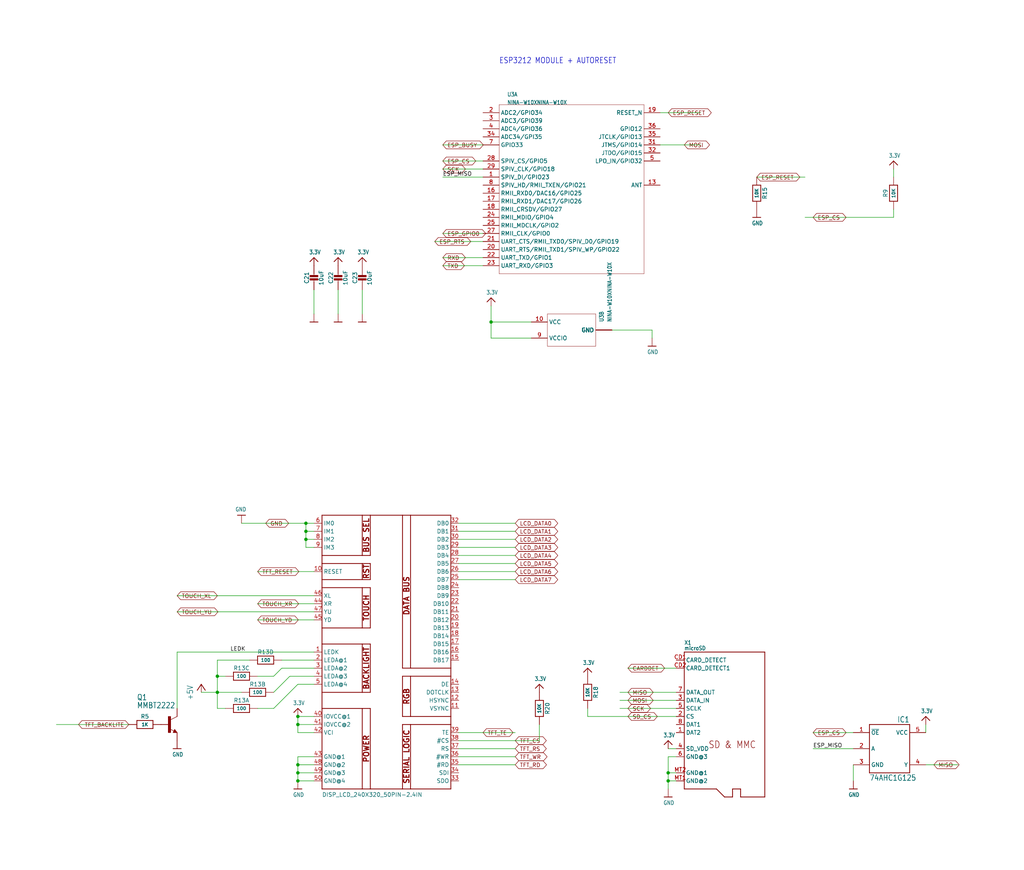
<source format=kicad_sch>
(kicad_sch (version 20230121) (generator eeschema)
  (paper "User" 323.113 274.422)
  (lib_symbols
    (symbol "working-eagle-import:-NPN-SOT23-BEC"
      (property "Reference" "T" (at -10.16 7.62 0))
      (symbol "-NPN-SOT23-BEC_1_0"
        (rectangle (start -0.254 -2.54) (end 0.508 2.54) (fill (type outline)))
        (polyline (pts (xy 1.27 -2.54) (xy 1.778 -1.524)) (stroke (width 0.1524)))
        (polyline (pts (xy 1.524 -2.413) (xy 2.286 -2.413)) (stroke (width 0.254)))
        (polyline (pts (xy 1.524 -2.286) (xy 1.905 -2.286)) (stroke (width 0.254)))
        (polyline (pts (xy 1.54 -2.04) (xy 0.308 -1.424)) (stroke (width 0.1524)))
        (polyline (pts (xy 1.778 -1.778) (xy 1.524 -2.286)) (stroke (width 0.254)))
        (polyline (pts (xy 1.778 -1.524) (xy 2.54 -2.54)) (stroke (width 0.1524)))
        (polyline (pts (xy 1.905 -2.286) (xy 1.778 -2.032)) (stroke (width 0.254)))
        (polyline (pts (xy 2.286 -2.413) (xy 1.778 -1.778)) (stroke (width 0.254)))
        (polyline (pts (xy 2.54 -2.54) (xy 1.27 -2.54)) (stroke (width 0.1524)))
        (polyline (pts (xy 2.54 2.54) (xy 0.508 1.524)) (stroke (width 0.1524)))
        (pin passive line (at -2.54 0 0) (length 2.54) (name "B") (number "B"))
        (pin passive line (at 2.54 5.08 270) (length 2.54) (name "C") (number "C"))
        (pin passive line (at 2.54 -5.08 90) (length 2.54) (name "E") (number "E"))
      )
    )
    (symbol "working-eagle-import:3.3V" (power)
      (property "Value" "3.3V" (at -1.524 1.016 0))
      (symbol "3.3V_1_0"
        (polyline (pts (xy -1.27 -1.27) (xy 0 0)) (stroke (width 0.254)))
        (polyline (pts (xy 0 0) (xy 1.27 -1.27)) (stroke (width 0.254)))
        (pin power_in line (at 0 -2.54 90) (length 2.54) (name "3.3V") (number "1"))
      )
    )
    (symbol "working-eagle-import:74AHC1G125"
      (property "Reference" "IC" (at 7.62 10.16 0))
      (symbol "74AHC1G125_1_0"
        (polyline (pts (xy -5.08 -7.62) (xy -5.08 7.62)) (stroke (width 0.254)))
        (polyline (pts (xy -5.08 7.62) (xy 7.62 7.62)) (stroke (width 0.254)))
        (polyline (pts (xy 7.62 -7.62) (xy -5.08 -7.62)) (stroke (width 0.254)))
        (polyline (pts (xy 7.62 7.62) (xy 7.62 -7.62)) (stroke (width 0.254)))
        (pin input line (at -10.16 5.08 0) (length 5.08) (name "~{OE}") (number "1"))
        (pin input line (at -10.16 0 0) (length 5.08) (name "A") (number "2"))
        (pin power_in line (at -10.16 -5.08 0) (length 5.08) (name "GND") (number "3"))
        (pin output line (at 12.7 -5.08 180) (length 5.08) (name "Y") (number "4"))
        (pin power_in line (at 12.7 5.08 180) (length 5.08) (name "VCC") (number "5"))
      )
    )
    (symbol "working-eagle-import:CAP_CERAMIC0805-NOOUTLINE"
      (property "Reference" "C" (at -2.29 1.25 90))
      (symbol "CAP_CERAMIC0805-NOOUTLINE_1_0"
        (rectangle (start -1.27 0.508) (end 1.27 1.016) (fill (type outline)))
        (rectangle (start -1.27 1.524) (end 1.27 2.032) (fill (type outline)))
        (polyline (pts (xy 0 0.762) (xy 0 0)) (stroke (width 0.1524)))
        (polyline (pts (xy 0 2.54) (xy 0 1.778)) (stroke (width 0.1524)))
        (pin passive line (at 0 5.08 270) (length 2.54) (name "1") (number "1"))
        (pin passive line (at 0 -2.54 90) (length 2.54) (name "2") (number "2"))
      )
    )
    (symbol "working-eagle-import:DISP_LCD_240X320_50PIN-2.4IN"
      (symbol "DISP_LCD_240X320_50PIN-2.4IN_1_0"
        (polyline (pts (xy -20.32 -45.72) (xy -20.32 -20.32)) (stroke (width 0.254)))
        (polyline (pts (xy -20.32 -20.32) (xy -20.32 -15.24)) (stroke (width 0.254)))
        (polyline (pts (xy -20.32 -20.32) (xy -7.62 -20.32)) (stroke (width 0.254)))
        (polyline (pts (xy -20.32 -15.24) (xy -20.32 0)) (stroke (width 0.254)))
        (polyline (pts (xy -20.32 0) (xy -20.32 5.08)) (stroke (width 0.254)))
        (polyline (pts (xy -20.32 0) (xy -7.62 0)) (stroke (width 0.254)))
        (polyline (pts (xy -20.32 5.08) (xy -20.32 17.78)) (stroke (width 0.254)))
        (polyline (pts (xy -20.32 17.78) (xy -20.32 20.32)) (stroke (width 0.254)))
        (polyline (pts (xy -20.32 17.78) (xy -7.62 17.78)) (stroke (width 0.254)))
        (polyline (pts (xy -20.32 20.32) (xy -20.32 25.4)) (stroke (width 0.254)))
        (polyline (pts (xy -20.32 25.4) (xy -20.32 27.94)) (stroke (width 0.254)))
        (polyline (pts (xy -20.32 25.4) (xy -7.62 25.4)) (stroke (width 0.254)))
        (polyline (pts (xy -20.32 27.94) (xy -20.32 40.64)) (stroke (width 0.254)))
        (polyline (pts (xy -20.32 27.94) (xy -7.62 27.94)) (stroke (width 0.254)))
        (polyline (pts (xy -20.32 40.64) (xy -7.62 40.64)) (stroke (width 0.254)))
        (polyline (pts (xy -7.62 -45.72) (xy -20.32 -45.72)) (stroke (width 0.254)))
        (polyline (pts (xy -7.62 -20.32) (xy -7.62 -45.72)) (stroke (width 0.254)))
        (polyline (pts (xy -7.62 -20.32) (xy -5.08 -20.32)) (stroke (width 0.254)))
        (polyline (pts (xy -7.62 -15.24) (xy -20.32 -15.24)) (stroke (width 0.254)))
        (polyline (pts (xy -7.62 0) (xy -7.62 -15.24)) (stroke (width 0.254)))
        (polyline (pts (xy -7.62 0) (xy -5.08 0)) (stroke (width 0.254)))
        (polyline (pts (xy -7.62 5.08) (xy -20.32 5.08)) (stroke (width 0.254)))
        (polyline (pts (xy -7.62 17.78) (xy -7.62 5.08)) (stroke (width 0.254)))
        (polyline (pts (xy -7.62 17.78) (xy -5.08 17.78)) (stroke (width 0.254)))
        (polyline (pts (xy -7.62 20.32) (xy -20.32 20.32)) (stroke (width 0.254)))
        (polyline (pts (xy -7.62 25.4) (xy -7.62 20.32)) (stroke (width 0.254)))
        (polyline (pts (xy -7.62 25.4) (xy -5.08 25.4)) (stroke (width 0.254)))
        (polyline (pts (xy -7.62 27.94) (xy -7.62 40.64)) (stroke (width 0.254)))
        (polyline (pts (xy -7.62 27.94) (xy -5.08 27.94)) (stroke (width 0.254)))
        (polyline (pts (xy -7.62 40.64) (xy -5.08 40.64)) (stroke (width 0.254)))
        (polyline (pts (xy -5.08 -45.72) (xy -7.62 -45.72)) (stroke (width 0.254)))
        (polyline (pts (xy -5.08 -20.32) (xy -5.08 -45.72)) (stroke (width 0.254)))
        (polyline (pts (xy -5.08 -15.24) (xy -7.62 -15.24)) (stroke (width 0.254)))
        (polyline (pts (xy -5.08 0) (xy -5.08 -15.24)) (stroke (width 0.254)))
        (polyline (pts (xy -5.08 5.08) (xy -7.62 5.08)) (stroke (width 0.254)))
        (polyline (pts (xy -5.08 17.78) (xy -5.08 5.08)) (stroke (width 0.254)))
        (polyline (pts (xy -5.08 20.32) (xy -7.62 20.32)) (stroke (width 0.254)))
        (polyline (pts (xy -5.08 25.4) (xy -5.08 20.32)) (stroke (width 0.254)))
        (polyline (pts (xy -5.08 27.94) (xy -5.08 40.64)) (stroke (width 0.254)))
        (polyline (pts (xy -5.08 40.64) (xy 5.08 40.64)) (stroke (width 0.254)))
        (polyline (pts (xy 5.08 -45.72) (xy -5.08 -45.72)) (stroke (width 0.254)))
        (polyline (pts (xy 5.08 -25.4) (xy 5.08 -45.72)) (stroke (width 0.254)))
        (polyline (pts (xy 5.08 -22.86) (xy 5.08 -10.16)) (stroke (width 0.254)))
        (polyline (pts (xy 5.08 -10.16) (xy 7.62 -10.16)) (stroke (width 0.254)))
        (polyline (pts (xy 5.08 -7.62) (xy 5.08 40.64)) (stroke (width 0.254)))
        (polyline (pts (xy 5.08 40.64) (xy 7.62 40.64)) (stroke (width 0.254)))
        (polyline (pts (xy 7.62 -45.72) (xy 5.08 -45.72)) (stroke (width 0.254)))
        (polyline (pts (xy 7.62 -25.4) (xy 5.08 -25.4)) (stroke (width 0.254)))
        (polyline (pts (xy 7.62 -25.4) (xy 7.62 -45.72)) (stroke (width 0.254)))
        (polyline (pts (xy 7.62 -22.86) (xy 5.08 -22.86)) (stroke (width 0.254)))
        (polyline (pts (xy 7.62 -22.86) (xy 7.62 -10.16)) (stroke (width 0.254)))
        (polyline (pts (xy 7.62 -10.16) (xy 20.32 -10.16)) (stroke (width 0.254)))
        (polyline (pts (xy 7.62 -7.62) (xy 5.08 -7.62)) (stroke (width 0.254)))
        (polyline (pts (xy 7.62 -7.62) (xy 7.62 40.64)) (stroke (width 0.254)))
        (polyline (pts (xy 7.62 40.64) (xy 20.32 40.64)) (stroke (width 0.254)))
        (polyline (pts (xy 20.32 -45.72) (xy 7.62 -45.72)) (stroke (width 0.254)))
        (polyline (pts (xy 20.32 -25.4) (xy 7.62 -25.4)) (stroke (width 0.254)))
        (polyline (pts (xy 20.32 -25.4) (xy 20.32 -45.72)) (stroke (width 0.254)))
        (polyline (pts (xy 20.32 -22.86) (xy 7.62 -22.86)) (stroke (width 0.254)))
        (polyline (pts (xy 20.32 -22.86) (xy 20.32 -25.4)) (stroke (width 0.254)))
        (polyline (pts (xy 20.32 -10.16) (xy 20.32 -22.86)) (stroke (width 0.254)))
        (polyline (pts (xy 20.32 -7.62) (xy 7.62 -7.62)) (stroke (width 0.254)))
        (polyline (pts (xy 20.32 -7.62) (xy 20.32 -10.16)) (stroke (width 0.254)))
        (polyline (pts (xy 20.32 40.64) (xy 20.32 -7.62)) (stroke (width 0.254)))
        (text "BACKLIGHT" (at -6.35 -7.62 900) (effects (font (size 1.6764 1.6764) (thickness 0.3353) bold)))
        (text "BUS SEL" (at -6.35 34.29 900) (effects (font (size 1.6764 1.6764) (thickness 0.3353) bold)))
        (text "DATA BUS" (at 6.35 15.24 900) (effects (font (size 1.6764 1.6764) (thickness 0.3353) bold)))
        (text "POWER" (at -6.35 -33.02 900) (effects (font (size 1.6764 1.6764) (thickness 0.3353) bold)))
        (text "RGB" (at 6.35 -16.51 900) (effects (font (size 1.6764 1.6764) (thickness 0.3353) bold)))
        (text "RST" (at -6.35 22.86 900) (effects (font (size 1.6764 1.6764) (thickness 0.3353) bold)))
        (text "SERIAL LOGIC" (at 6.35 -35.56 900) (effects (font (size 1.6764 1.6764) (thickness 0.3353) bold)))
        (text "TOUCH" (at -6.35 11.43 900) (effects (font (size 1.6764 1.6764) (thickness 0.3353) bold)))
        (pin bidirectional line (at -22.86 -2.54 0) (length 2.54) (name "LEDK") (number "1"))
        (pin bidirectional line (at -22.86 22.86 0) (length 2.54) (name "RESET") (number "10"))
        (pin bidirectional line (at 22.86 -20.32 180) (length 2.54) (name "VSYNC") (number "11"))
        (pin bidirectional line (at 22.86 -17.78 180) (length 2.54) (name "HSYNC") (number "12"))
        (pin bidirectional line (at 22.86 -15.24 180) (length 2.54) (name "DOTCLK") (number "13"))
        (pin bidirectional line (at 22.86 -12.7 180) (length 2.54) (name "DE") (number "14"))
        (pin bidirectional line (at 22.86 -5.08 180) (length 2.54) (name "DB17") (number "15"))
        (pin bidirectional line (at 22.86 -2.54 180) (length 2.54) (name "DB16") (number "16"))
        (pin bidirectional line (at 22.86 0 180) (length 2.54) (name "DB15") (number "17"))
        (pin bidirectional line (at 22.86 2.54 180) (length 2.54) (name "DB14") (number "18"))
        (pin bidirectional line (at 22.86 5.08 180) (length 2.54) (name "DB13") (number "19"))
        (pin bidirectional line (at -22.86 -5.08 0) (length 2.54) (name "LEDA@1") (number "2"))
        (pin bidirectional line (at 22.86 7.62 180) (length 2.54) (name "DB12") (number "20"))
        (pin bidirectional line (at 22.86 10.16 180) (length 2.54) (name "DB11") (number "21"))
        (pin bidirectional line (at 22.86 12.7 180) (length 2.54) (name "DB10") (number "22"))
        (pin bidirectional line (at 22.86 15.24 180) (length 2.54) (name "DB9") (number "23"))
        (pin bidirectional line (at 22.86 17.78 180) (length 2.54) (name "DB8") (number "24"))
        (pin bidirectional line (at 22.86 20.32 180) (length 2.54) (name "DB7") (number "25"))
        (pin bidirectional line (at 22.86 22.86 180) (length 2.54) (name "DB6") (number "26"))
        (pin bidirectional line (at 22.86 25.4 180) (length 2.54) (name "DB5") (number "27"))
        (pin bidirectional line (at 22.86 27.94 180) (length 2.54) (name "DB4") (number "28"))
        (pin bidirectional line (at 22.86 30.48 180) (length 2.54) (name "DB3") (number "29"))
        (pin bidirectional line (at -22.86 -7.62 0) (length 2.54) (name "LEDA@2") (number "3"))
        (pin bidirectional line (at 22.86 33.02 180) (length 2.54) (name "DB2") (number "30"))
        (pin bidirectional line (at 22.86 35.56 180) (length 2.54) (name "DB1") (number "31"))
        (pin bidirectional line (at 22.86 38.1 180) (length 2.54) (name "DB0") (number "32"))
        (pin bidirectional line (at 22.86 -43.18 180) (length 2.54) (name "SDO") (number "33"))
        (pin bidirectional line (at 22.86 -40.64 180) (length 2.54) (name "SDI") (number "34"))
        (pin bidirectional line (at 22.86 -38.1 180) (length 2.54) (name "#RD") (number "35"))
        (pin bidirectional line (at 22.86 -35.56 180) (length 2.54) (name "#WR") (number "36"))
        (pin bidirectional line (at 22.86 -33.02 180) (length 2.54) (name "RS") (number "37"))
        (pin bidirectional line (at 22.86 -30.48 180) (length 2.54) (name "#CS") (number "38"))
        (pin bidirectional line (at 22.86 -27.94 180) (length 2.54) (name "TE") (number "39"))
        (pin bidirectional line (at -22.86 -10.16 0) (length 2.54) (name "LEDA@3") (number "4"))
        (pin bidirectional line (at -22.86 -22.86 0) (length 2.54) (name "IOVCC@1") (number "40"))
        (pin bidirectional line (at -22.86 -25.4 0) (length 2.54) (name "IOVCC@2") (number "41"))
        (pin bidirectional line (at -22.86 -27.94 0) (length 2.54) (name "VCI") (number "42"))
        (pin bidirectional line (at -22.86 -35.56 0) (length 2.54) (name "GND@1") (number "43"))
        (pin bidirectional line (at -22.86 12.7 0) (length 2.54) (name "XR") (number "44"))
        (pin bidirectional line (at -22.86 7.62 0) (length 2.54) (name "YD") (number "45"))
        (pin bidirectional line (at -22.86 15.24 0) (length 2.54) (name "XL") (number "46"))
        (pin bidirectional line (at -22.86 10.16 0) (length 2.54) (name "YU") (number "47"))
        (pin bidirectional line (at -22.86 -38.1 0) (length 2.54) (name "GND@2") (number "48"))
        (pin bidirectional line (at -22.86 -40.64 0) (length 2.54) (name "GND@3") (number "49"))
        (pin bidirectional line (at -22.86 -12.7 0) (length 2.54) (name "LEDA@4") (number "5"))
        (pin bidirectional line (at -22.86 -43.18 0) (length 2.54) (name "GND@4") (number "50"))
        (pin bidirectional line (at -22.86 38.1 0) (length 2.54) (name "IM0") (number "6"))
        (pin bidirectional line (at -22.86 35.56 0) (length 2.54) (name "IM1") (number "7"))
        (pin bidirectional line (at -22.86 33.02 0) (length 2.54) (name "IM2") (number "8"))
        (pin bidirectional line (at -22.86 30.48 0) (length 2.54) (name "IM3") (number "9"))
      )
    )
    (symbol "working-eagle-import:GND" (power)
      (property "Value" "GND" (at -1.524 -2.54 0))
      (symbol "GND_1_0"
        (polyline (pts (xy -1.27 0) (xy 1.27 0)) (stroke (width 0.254)))
        (pin power_in line (at 0 2.54 270) (length 2.54) (name "GND") (number "1"))
      )
    )
    (symbol "working-eagle-import:MICROSD"
      (property "Reference" "X" (at -12.7 22.606 0))
      (symbol "MICROSD_1_0"
        (polyline (pts (xy -12.7 -22.86) (xy -2.54 -22.86)) (stroke (width 0.254)))
        (polyline (pts (xy -12.7 20.32) (xy -12.7 -22.86)) (stroke (width 0.254)))
        (polyline (pts (xy -2.54 -22.86) (xy 0 -25.4)) (stroke (width 0.254)))
        (polyline (pts (xy 0 -25.4) (xy 2.54 -25.4)) (stroke (width 0.254)))
        (polyline (pts (xy 2.54 -25.4) (xy 2.54 -22.86)) (stroke (width 0.254)))
        (polyline (pts (xy 2.54 -22.86) (xy 5.08 -22.86)) (stroke (width 0.254)))
        (polyline (pts (xy 5.08 -25.4) (xy 12.7 -25.4)) (stroke (width 0.254)))
        (polyline (pts (xy 5.08 -22.86) (xy 5.08 -25.4)) (stroke (width 0.254)))
        (polyline (pts (xy 12.7 -25.4) (xy 12.7 20.32)) (stroke (width 0.254)))
        (polyline (pts (xy 12.7 20.32) (xy -12.7 20.32)) (stroke (width 0.254)))
        (text "SD & MMC" (at -5.08 -10.16 0) (effects (font (size 2.1844 1.8567)) (justify left bottom)))
        (pin bidirectional line (at -15.24 -5.08 0) (length 2.54) (name "DAT2") (number "1"))
        (pin input line (at -15.24 0 0) (length 2.54) (name "CS") (number "2"))
        (pin input line (at -15.24 5.08 0) (length 2.54) (name "DATA_IN") (number "3"))
        (pin power_in line (at -15.24 -10.16 0) (length 2.54) (name "SD_VDD") (number "4"))
        (pin input line (at -15.24 2.54 0) (length 2.54) (name "SCLK") (number "5"))
        (pin power_in line (at -15.24 -12.7 0) (length 2.54) (name "GND@3") (number "6"))
        (pin output line (at -15.24 7.62 0) (length 2.54) (name "DATA_OUT") (number "7"))
        (pin bidirectional line (at -15.24 -2.54 0) (length 2.54) (name "DAT1") (number "8"))
        (pin passive line (at -15.24 17.78 0) (length 2.54) (name "CARD_DETECT") (number "CD1"))
        (pin passive line (at -15.24 15.24 0) (length 2.54) (name "CARD_DETECT1") (number "CD2"))
        (pin power_in line (at -15.24 -20.32 0) (length 2.54) (name "GND@2") (number "MT1"))
        (pin power_in line (at -15.24 -17.78 0) (length 2.54) (name "GND@1") (number "MT2"))
      )
    )
    (symbol "working-eagle-import:NINA-W10XNINA-W10X"
      (property "Reference" "U" (at 2.54 -10.16 0))
      (symbol "NINA-W10XNINA-W10X_1_0"
        (polyline (pts (xy -22.86 -27.94) (xy 22.86 -27.94)) (stroke (width 0.1)))
        (polyline (pts (xy -22.86 25.4) (xy -22.86 -27.94)) (stroke (width 0.1)))
        (polyline (pts (xy 22.86 -27.94) (xy 22.86 25.4)) (stroke (width 0.1)))
        (polyline (pts (xy 22.86 25.4) (xy -22.86 25.4)) (stroke (width 0.1)))
        (pin bidirectional line (at -27.94 2.54 0) (length 5.08) (name "SPIV_DI/GPIO23") (number "1"))
        (pin bidirectional line (at 27.94 0 180) (length 5.08) (name "ANT") (number "13"))
        (pin bidirectional line (at -27.94 -2.54 0) (length 5.08) (name "RMII_RXD0/DAC16/GPIO25") (number "16"))
        (pin bidirectional line (at -27.94 -5.08 0) (length 5.08) (name "RMII_RXD1/DAC17/GPIO26") (number "17"))
        (pin bidirectional line (at -27.94 -7.62 0) (length 5.08) (name "RMII_CRSDV/GPIO27") (number "18"))
        (pin bidirectional line (at 27.94 22.86 180) (length 5.08) (name "RESET_N") (number "19"))
        (pin bidirectional line (at -27.94 22.86 0) (length 5.08) (name "ADC2/GPIO34") (number "2"))
        (pin bidirectional line (at -27.94 -20.32 0) (length 5.08) (name "UART_RTS/RMII_TXD1/SPIV_WP/GPIO22") (number "20"))
        (pin bidirectional line (at -27.94 -17.78 0) (length 5.08) (name "UART_CTS/RMII_TXD0/SPIV_D0/GPIO19") (number "21"))
        (pin bidirectional line (at -27.94 -22.86 0) (length 5.08) (name "UART_TXD/GPIO1") (number "22"))
        (pin bidirectional line (at -27.94 -25.4 0) (length 5.08) (name "UART_RXD/GPIO3") (number "23"))
        (pin bidirectional line (at -27.94 -10.16 0) (length 5.08) (name "RMII_MDIO/GPIO4") (number "24"))
        (pin bidirectional line (at -27.94 -12.7 0) (length 5.08) (name "RMII_MDCLK/GPIO2") (number "25"))
        (pin bidirectional line (at -27.94 -15.24 0) (length 5.08) (name "RMII_CLK/GPIO0") (number "27"))
        (pin bidirectional line (at -27.94 7.62 0) (length 5.08) (name "SPIV_CS/GPIO5") (number "28"))
        (pin bidirectional line (at -27.94 5.08 0) (length 5.08) (name "SPIV_CLK/GPIO18") (number "29"))
        (pin bidirectional line (at -27.94 20.32 0) (length 5.08) (name "ADC3/GPIO39") (number "3"))
        (pin bidirectional line (at 27.94 12.7 180) (length 5.08) (name "JTMS/GPIO14") (number "31"))
        (pin bidirectional line (at 27.94 10.16 180) (length 5.08) (name "JTDO/GPIO15") (number "32"))
        (pin bidirectional line (at -27.94 15.24 0) (length 5.08) (name "ADC34/GPI35") (number "34"))
        (pin bidirectional line (at 27.94 15.24 180) (length 5.08) (name "JTCLK/GPIO13") (number "35"))
        (pin bidirectional line (at 27.94 17.78 180) (length 5.08) (name "GPIO12") (number "36"))
        (pin bidirectional line (at -27.94 17.78 0) (length 5.08) (name "ADC4/GPIO36") (number "4"))
        (pin bidirectional line (at 27.94 7.62 180) (length 5.08) (name "LPO_IN/GPIO32") (number "5"))
        (pin bidirectional line (at -27.94 12.7 0) (length 5.08) (name "GPIO33") (number "7"))
        (pin bidirectional line (at -27.94 0 0) (length 5.08) (name "SPIV_HD/RMII_TXEN/GPIO21") (number "8"))
      )
      (symbol "NINA-W10XNINA-W10X_2_0"
        (polyline (pts (xy -5.08 -7.62) (xy 5.08 -7.62)) (stroke (width 0.1)))
        (polyline (pts (xy -5.08 7.62) (xy -5.08 -7.62)) (stroke (width 0.1)))
        (polyline (pts (xy 5.08 -7.62) (xy 5.08 7.62)) (stroke (width 0.1)))
        (polyline (pts (xy 5.08 7.62) (xy -5.08 7.62)) (stroke (width 0.1)))
        (pin bidirectional line (at 2.54 12.7 270) (length 5.08) (name "VCC") (number "10"))
        (pin bidirectional line (at 0 -12.7 90) (length 5.08) (name "GND") (number "12"))
        (pin bidirectional line (at 0 -12.7 90) (length 5.08) (name "GND") (number "14"))
        (pin bidirectional line (at 0 -12.7 90) (length 5.08) (name "GND") (number "26"))
        (pin bidirectional line (at 0 -12.7 90) (length 5.08) (name "GND") (number "30"))
        (pin bidirectional line (at 0 -12.7 90) (length 5.08) (name "GND") (number "6"))
        (pin bidirectional line (at -2.54 12.7 270) (length 5.08) (name "VCCIO") (number "9"))
        (pin bidirectional line (at 0 -12.7 90) (length 5.08) (name "GND") (number "GND@1"))
        (pin bidirectional line (at 0 -12.7 90) (length 5.08) (name "GND") (number "GND@10"))
        (pin bidirectional line (at 0 -12.7 90) (length 5.08) (name "GND") (number "GND@11"))
        (pin bidirectional line (at 0 -12.7 90) (length 5.08) (name "GND") (number "GND@12"))
        (pin bidirectional line (at 0 -12.7 90) (length 5.08) (name "GND") (number "GND@2"))
        (pin bidirectional line (at 0 -12.7 90) (length 5.08) (name "GND") (number "GND@3"))
        (pin bidirectional line (at 0 -12.7 90) (length 5.08) (name "GND") (number "GND@4"))
        (pin bidirectional line (at 0 -12.7 90) (length 5.08) (name "GND") (number "GND@5"))
        (pin bidirectional line (at 0 -12.7 90) (length 5.08) (name "GND") (number "GND@6"))
        (pin bidirectional line (at 0 -12.7 90) (length 5.08) (name "GND") (number "GND@7"))
        (pin bidirectional line (at 0 -12.7 90) (length 5.08) (name "GND") (number "GND@8"))
        (pin bidirectional line (at 0 -12.7 90) (length 5.08) (name "GND") (number "GND@9"))
      )
    )
    (symbol "working-eagle-import:RESISTOR_0603_NOOUT"
      (property "Reference" "R" (at 0 2.54 0))
      (symbol "RESISTOR_0603_NOOUT_1_0"
        (polyline (pts (xy -2.54 -1.27) (xy -2.54 1.27)) (stroke (width 0.254)))
        (polyline (pts (xy -2.54 1.27) (xy 2.54 1.27)) (stroke (width 0.254)))
        (polyline (pts (xy 2.54 -1.27) (xy -2.54 -1.27)) (stroke (width 0.254)))
        (polyline (pts (xy 2.54 1.27) (xy 2.54 -1.27)) (stroke (width 0.254)))
        (pin passive line (at -5.08 0 0) (length 2.54) (name "1") (number "1"))
        (pin passive line (at 5.08 0 180) (length 2.54) (name "2") (number "2"))
      )
    )
    (symbol "working-eagle-import:RESISTOR_4PACK"
      (property "Reference" "R" (at 0 2.54 0))
      (symbol "RESISTOR_4PACK_1_0"
        (polyline (pts (xy -2.54 -1.27) (xy -2.54 1.27)) (stroke (width 0.254)))
        (polyline (pts (xy -2.54 1.27) (xy 2.54 1.27)) (stroke (width 0.254)))
        (polyline (pts (xy 2.54 -1.27) (xy -2.54 -1.27)) (stroke (width 0.254)))
        (polyline (pts (xy 2.54 1.27) (xy 2.54 -1.27)) (stroke (width 0.254)))
        (pin passive line (at -5.08 0 0) (length 2.54) (name "1") (number "1"))
        (pin passive line (at 5.08 0 180) (length 2.54) (name "2") (number "8"))
      )
      (symbol "RESISTOR_4PACK_2_0"
        (polyline (pts (xy -2.54 -1.27) (xy -2.54 1.27)) (stroke (width 0.254)))
        (polyline (pts (xy -2.54 1.27) (xy 2.54 1.27)) (stroke (width 0.254)))
        (polyline (pts (xy 2.54 -1.27) (xy -2.54 -1.27)) (stroke (width 0.254)))
        (polyline (pts (xy 2.54 1.27) (xy 2.54 -1.27)) (stroke (width 0.254)))
        (pin passive line (at -5.08 0 0) (length 2.54) (name "1") (number "2"))
        (pin passive line (at 5.08 0 180) (length 2.54) (name "2") (number "7"))
      )
      (symbol "RESISTOR_4PACK_3_0"
        (polyline (pts (xy -2.54 -1.27) (xy -2.54 1.27)) (stroke (width 0.254)))
        (polyline (pts (xy -2.54 1.27) (xy 2.54 1.27)) (stroke (width 0.254)))
        (polyline (pts (xy 2.54 -1.27) (xy -2.54 -1.27)) (stroke (width 0.254)))
        (polyline (pts (xy 2.54 1.27) (xy 2.54 -1.27)) (stroke (width 0.254)))
        (pin passive line (at -5.08 0 0) (length 2.54) (name "1") (number "3"))
        (pin passive line (at 5.08 0 180) (length 2.54) (name "2") (number "6"))
      )
      (symbol "RESISTOR_4PACK_4_0"
        (polyline (pts (xy -2.54 -1.27) (xy -2.54 1.27)) (stroke (width 0.254)))
        (polyline (pts (xy -2.54 1.27) (xy 2.54 1.27)) (stroke (width 0.254)))
        (polyline (pts (xy 2.54 -1.27) (xy -2.54 -1.27)) (stroke (width 0.254)))
        (polyline (pts (xy 2.54 1.27) (xy 2.54 -1.27)) (stroke (width 0.254)))
        (pin passive line (at -5.08 0 0) (length 2.54) (name "1") (number "4"))
        (pin passive line (at 5.08 0 180) (length 2.54) (name "2") (number "5"))
      )
    )
    (symbol "working-eagle-import:supply1_+5V" (power)
      (property "Value" "supply1_+5V" (at -2.54 -5.08 90))
      (symbol "supply1_+5V_1_0"
        (polyline (pts (xy 0 0) (xy -1.27 -1.905)) (stroke (width 0.254)))
        (polyline (pts (xy 1.27 -1.905) (xy 0 0)) (stroke (width 0.254)))
        (pin power_in line (at 0 -2.54 90) (length 2.54) (name "+5V") (number "1"))
      )
    )
  )
  (junction (at 93.98 226.06))
  (junction (at 93.98 241.3))
  (junction (at 210.82 246.38))
  (junction (at 96.52 170.18))
  (junction (at 93.98 243.84))
  (junction (at 93.98 246.38))
  (junction (at 68.58 213.36))
  (junction (at 68.58 218.44))
  (junction (at 96.52 167.64))
  (junction (at 93.98 228.6))
  (junction (at 96.52 165.1))
  (junction (at 154.94 101.6))
  (junction (at 210.82 243.84))
  (wire (pts (xy 213.36 223.52) (xy 195.58 223.52)) (stroke (width 0.1524)))
  (wire (pts (xy 205.74 104.14) (xy 205.74 106.68)) (stroke (width 0.1524)))
  (wire (pts (xy 254 55.88) (xy 238.76 55.88)) (stroke (width 0.1524)))
  (wire (pts (xy 68.58 218.44) (xy 63.5 218.44)) (stroke (width 0.1524)))
  (wire (pts (xy 144.78 241.3) (xy 162.56 241.3)) (stroke (width 0.1524)))
  (wire (pts (xy 93.98 243.84) (xy 93.98 246.38)) (stroke (width 0.1524)))
  (wire (pts (xy 71.12 223.52) (xy 68.58 223.52)) (stroke (width 0.1524)))
  (wire (pts (xy 154.94 106.68) (xy 154.94 101.6)) (stroke (width 0.1524)))
  (wire (pts (xy 144.78 165.1) (xy 162.56 165.1)) (stroke (width 0.1524)))
  (wire (pts (xy 193.04 104.14) (xy 205.74 104.14)) (stroke (width 0.1524)))
  (wire (pts (xy 68.58 208.28) (xy 78.74 208.28)) (stroke (width 0.1524)))
  (wire (pts (xy 152.4 53.34) (xy 139.7 53.34)) (stroke (width 0.1524)))
  (wire (pts (xy 213.36 210.82) (xy 198.12 210.82)) (stroke (width 0.1524)))
  (wire (pts (xy 170.18 233.68) (xy 170.18 228.6)) (stroke (width 0.1524)))
  (wire (pts (xy 17.78 228.6) (xy 40.64 228.6)) (stroke (width 0.1524)))
  (wire (pts (xy 106.68 91.44) (xy 106.68 99.06)) (stroke (width 0.1524)))
  (wire (pts (xy 71.12 213.36) (xy 68.58 213.36)) (stroke (width 0.1524)))
  (wire (pts (xy 154.94 101.6) (xy 154.94 96.52)) (stroke (width 0.1524)))
  (wire (pts (xy 210.82 246.38) (xy 210.82 248.92)) (stroke (width 0.1524)))
  (wire (pts (xy 292.1 241.3) (xy 302.26 241.3)) (stroke (width 0.1524)))
  (wire (pts (xy 210.82 238.76) (xy 210.82 243.84)) (stroke (width 0.1524)))
  (wire (pts (xy 144.78 236.22) (xy 162.56 236.22)) (stroke (width 0.1524)))
  (wire (pts (xy 152.4 45.72) (xy 139.7 45.72)) (stroke (width 0.1524)))
  (wire (pts (xy 93.98 228.6) (xy 99.06 228.6)) (stroke (width 0.1524)))
  (wire (pts (xy 152.4 83.82) (xy 139.7 83.82)) (stroke (width 0.1524)))
  (wire (pts (xy 210.82 246.38) (xy 210.82 243.84)) (stroke (width 0.1524)))
  (wire (pts (xy 81.28 180.34) (xy 99.06 180.34)) (stroke (width 0.1524)))
  (wire (pts (xy 93.98 246.38) (xy 99.06 246.38)) (stroke (width 0.1524)))
  (wire (pts (xy 256.54 231.14) (xy 269.24 231.14)) (stroke (width 0.1524)))
  (wire (pts (xy 68.58 213.36) (xy 68.58 208.28)) (stroke (width 0.1524)))
  (wire (pts (xy 96.52 170.18) (xy 96.52 172.72)) (stroke (width 0.1524)))
  (wire (pts (xy 86.36 223.52) (xy 93.98 215.9)) (stroke (width 0.1524)))
  (wire (pts (xy 55.88 187.96) (xy 99.06 187.96)) (stroke (width 0.1524)))
  (wire (pts (xy 96.52 167.64) (xy 96.52 170.18)) (stroke (width 0.1524)))
  (wire (pts (xy 93.98 215.9) (xy 99.06 215.9)) (stroke (width 0.1524)))
  (wire (pts (xy 144.78 170.18) (xy 162.56 170.18)) (stroke (width 0.1524)))
  (wire (pts (xy 96.52 167.64) (xy 96.52 165.1)) (stroke (width 0.1524)))
  (wire (pts (xy 167.64 106.68) (xy 154.94 106.68)) (stroke (width 0.1524)))
  (wire (pts (xy 152.4 73.66) (xy 139.7 73.66)) (stroke (width 0.1524)))
  (wire (pts (xy 292.1 228.6) (xy 292.1 231.14)) (stroke (width 0.1524)))
  (wire (pts (xy 144.78 175.26) (xy 162.56 175.26)) (stroke (width 0.1524)))
  (wire (pts (xy 99.06 226.06) (xy 93.98 226.06)) (stroke (width 0.1524)))
  (wire (pts (xy 88.9 208.28) (xy 99.06 208.28)) (stroke (width 0.1524)))
  (wire (pts (xy 93.98 231.14) (xy 93.98 228.6)) (stroke (width 0.1524)))
  (wire (pts (xy 185.42 226.06) (xy 213.36 226.06)) (stroke (width 0.1524)))
  (wire (pts (xy 68.58 218.44) (xy 68.58 213.36)) (stroke (width 0.1524)))
  (wire (pts (xy 81.28 223.52) (xy 86.36 223.52)) (stroke (width 0.1524)))
  (wire (pts (xy 210.82 243.84) (xy 213.36 243.84)) (stroke (width 0.1524)))
  (wire (pts (xy 144.78 233.68) (xy 170.18 233.68)) (stroke (width 0.1524)))
  (wire (pts (xy 99.06 190.5) (xy 81.28 190.5)) (stroke (width 0.1524)))
  (wire (pts (xy 88.9 210.82) (xy 99.06 210.82)) (stroke (width 0.1524)))
  (wire (pts (xy 281.94 55.88) (xy 281.94 53.34)) (stroke (width 0.1524)))
  (wire (pts (xy 99.06 238.76) (xy 93.98 238.76)) (stroke (width 0.1524)))
  (wire (pts (xy 99.06 231.14) (xy 93.98 231.14)) (stroke (width 0.1524)))
  (wire (pts (xy 144.78 182.88) (xy 162.56 182.88)) (stroke (width 0.1524)))
  (wire (pts (xy 99.06 165.1) (xy 96.52 165.1)) (stroke (width 0.1524)))
  (wire (pts (xy 213.36 238.76) (xy 210.82 238.76)) (stroke (width 0.1524)))
  (wire (pts (xy 152.4 50.8) (xy 139.7 50.8)) (stroke (width 0.1524)))
  (wire (pts (xy 55.88 223.52) (xy 55.88 205.74)) (stroke (width 0.1524)))
  (wire (pts (xy 185.42 226.06) (xy 185.42 223.52)) (stroke (width 0.1524)))
  (wire (pts (xy 152.4 76.2) (xy 137.16 76.2)) (stroke (width 0.1524)))
  (wire (pts (xy 213.36 246.38) (xy 210.82 246.38)) (stroke (width 0.1524)))
  (wire (pts (xy 68.58 223.52) (xy 68.58 218.44)) (stroke (width 0.1524)))
  (wire (pts (xy 99.06 243.84) (xy 93.98 243.84)) (stroke (width 0.1524)))
  (wire (pts (xy 99.06 91.44) (xy 99.06 99.06)) (stroke (width 0.1524)))
  (wire (pts (xy 55.88 193.04) (xy 99.06 193.04)) (stroke (width 0.1524)))
  (wire (pts (xy 152.4 55.88) (xy 139.7 55.88)) (stroke (width 0.1524)))
  (wire (pts (xy 96.52 172.72) (xy 99.06 172.72)) (stroke (width 0.1524)))
  (wire (pts (xy 208.28 45.72) (xy 220.98 45.72)) (stroke (width 0.1524)))
  (wire (pts (xy 93.98 226.06) (xy 93.98 228.6)) (stroke (width 0.1524)))
  (wire (pts (xy 81.28 213.36) (xy 86.36 213.36)) (stroke (width 0.1524)))
  (wire (pts (xy 213.36 220.98) (xy 195.58 220.98)) (stroke (width 0.1524)))
  (wire (pts (xy 152.4 81.28) (xy 139.7 81.28)) (stroke (width 0.1524)))
  (wire (pts (xy 144.78 172.72) (xy 162.56 172.72)) (stroke (width 0.1524)))
  (wire (pts (xy 99.06 195.58) (xy 81.28 195.58)) (stroke (width 0.1524)))
  (wire (pts (xy 195.58 218.44) (xy 213.36 218.44)) (stroke (width 0.1524)))
  (wire (pts (xy 213.36 236.22) (xy 210.82 236.22)) (stroke (width 0.1524)))
  (wire (pts (xy 208.28 35.56) (xy 220.98 35.56)) (stroke (width 0.1524)))
  (wire (pts (xy 167.64 101.6) (xy 154.94 101.6)) (stroke (width 0.1524)))
  (wire (pts (xy 256.54 236.22) (xy 269.24 236.22)) (stroke (width 0.1524)))
  (wire (pts (xy 144.78 177.8) (xy 162.56 177.8)) (stroke (width 0.1524)))
  (wire (pts (xy 144.78 180.34) (xy 162.56 180.34)) (stroke (width 0.1524)))
  (wire (pts (xy 93.98 238.76) (xy 93.98 241.3)) (stroke (width 0.1524)))
  (wire (pts (xy 96.52 165.1) (xy 76.2 165.1)) (stroke (width 0.1524)))
  (wire (pts (xy 99.06 167.64) (xy 96.52 167.64)) (stroke (width 0.1524)))
  (wire (pts (xy 93.98 241.3) (xy 93.98 243.84)) (stroke (width 0.1524)))
  (wire (pts (xy 86.36 218.44) (xy 91.44 213.36)) (stroke (width 0.1524)))
  (wire (pts (xy 114.3 91.44) (xy 114.3 99.06)) (stroke (width 0.1524)))
  (wire (pts (xy 144.78 238.76) (xy 162.56 238.76)) (stroke (width 0.1524)))
  (wire (pts (xy 99.06 241.3) (xy 93.98 241.3)) (stroke (width 0.1524)))
  (wire (pts (xy 99.06 170.18) (xy 96.52 170.18)) (stroke (width 0.1524)))
  (wire (pts (xy 68.58 218.44) (xy 76.2 218.44)) (stroke (width 0.1524)))
  (wire (pts (xy 144.78 231.14) (xy 162.56 231.14)) (stroke (width 0.1524)))
  (wire (pts (xy 86.36 213.36) (xy 88.9 210.82)) (stroke (width 0.1524)))
  (wire (pts (xy 144.78 167.64) (xy 162.56 167.64)) (stroke (width 0.1524)))
  (wire (pts (xy 91.44 213.36) (xy 99.06 213.36)) (stroke (width 0.1524)))
  (wire (pts (xy 254 68.58) (xy 281.94 68.58)) (stroke (width 0.1524)))
  (wire (pts (xy 269.24 241.3) (xy 269.24 246.38)) (stroke (width 0.1524)))
  (wire (pts (xy 281.94 66.04) (xy 281.94 68.58)) (stroke (width 0.1524)))
  (wire (pts (xy 55.88 205.74) (xy 99.06 205.74)) (stroke (width 0.1524)))
  (text "ESP3212 MODULE + AUTORESET" (at 157.48 20.32 0) (effects (font (size 1.778 1.5113)) (justify left bottom)))
  (label "ESP_MISO" (at 139.7 55.88 0) (effects (font (size 1.2446 1.2446))))
  (label "ESP_MISO" (at 256.54 236.22 0) (effects (font (size 1.2446 1.2446))))
  (label "LEDK" (at 77.47 205.74 180) (effects (font (size 1.2446 1.2446))))
  (global_label "RXD" (shape bidirectional) (at 139.7 81.28 0) (effects (font (size 1.2446 1.2446))) (property "Intersheetrefs" "${INTERSHEET_REFS}" (effects hide)))
  (global_label "ESP_RESET" (shape bidirectional) (at 238.76 55.88 0) (effects (font (size 1.2446 1.2446))) (property "Intersheetrefs" "${INTERSHEET_REFS}" (effects hide)))
  (global_label "ESP_CS" (shape bidirectional) (at 256.54 68.58 0) (effects (font (size 1.2446 1.2446))) (property "Intersheetrefs" "${INTERSHEET_REFS}" (effects hide)))
  (global_label "ESP_GPIO0" (shape bidirectional) (at 139.7 73.66 0) (effects (font (size 1.2446 1.2446))) (property "Intersheetrefs" "${INTERSHEET_REFS}" (effects hide)))
  (global_label "TFT_RESET" (shape bidirectional) (at 81.28 180.34 0) (effects (font (size 1.2446 1.2446))) (property "Intersheetrefs" "${INTERSHEET_REFS}" (effects hide)))
  (global_label "TXD" (shape bidirectional) (at 139.7 83.82 0) (effects (font (size 1.2446 1.2446))) (property "Intersheetrefs" "${INTERSHEET_REFS}" (effects hide)))
  (global_label "TFT_BACKLITE" (shape bidirectional) (at 40.64 228.6 180) (effects (font (size 1.2446 1.2446))) (property "Intersheetrefs" "${INTERSHEET_REFS}" (effects hide)))
  (global_label "LCD_DATA4" (shape bidirectional) (at 162.56 175.26 0) (effects (font (size 1.2446 1.2446))) (property "Intersheetrefs" "${INTERSHEET_REFS}" (effects hide)))
  (global_label "LCD_DATA5" (shape bidirectional) (at 162.56 177.8 0) (effects (font (size 1.2446 1.2446))) (property "Intersheetrefs" "${INTERSHEET_REFS}" (effects hide)))
  (global_label "SCK" (shape bidirectional) (at 198.12 223.52 0) (effects (font (size 1.2446 1.2446))) (property "Intersheetrefs" "${INTERSHEET_REFS}" (effects hide)))
  (global_label "ESP_RESET" (shape bidirectional) (at 210.82 35.56 0) (effects (font (size 1.2446 1.2446))) (property "Intersheetrefs" "${INTERSHEET_REFS}" (effects hide)))
  (global_label "LCD_DATA6" (shape bidirectional) (at 162.56 180.34 0) (effects (font (size 1.2446 1.2446))) (property "Intersheetrefs" "${INTERSHEET_REFS}" (effects hide)))
  (global_label "ESP_RTS" (shape bidirectional) (at 137.16 76.2 0) (effects (font (size 1.2446 1.2446))) (property "Intersheetrefs" "${INTERSHEET_REFS}" (effects hide)))
  (global_label "ESP_CS" (shape bidirectional) (at 139.7 50.8 0) (effects (font (size 1.2446 1.2446))) (property "Intersheetrefs" "${INTERSHEET_REFS}" (effects hide)))
  (global_label "TFT_RD" (shape bidirectional) (at 162.56 241.3 0) (effects (font (size 1.2446 1.2446))) (property "Intersheetrefs" "${INTERSHEET_REFS}" (effects hide)))
  (global_label "LCD_DATA7" (shape bidirectional) (at 162.56 182.88 0) (effects (font (size 1.2446 1.2446))) (property "Intersheetrefs" "${INTERSHEET_REFS}" (effects hide)))
  (global_label "SD_CS" (shape bidirectional) (at 198.12 226.06 0) (effects (font (size 1.2446 1.2446))) (property "Intersheetrefs" "${INTERSHEET_REFS}" (effects hide)))
  (global_label "CARDDET" (shape bidirectional) (at 198.12 210.82 0) (effects (font (size 1.2446 1.2446))) (property "Intersheetrefs" "${INTERSHEET_REFS}" (effects hide)))
  (global_label "TFT_TE" (shape bidirectional) (at 152.4 231.14 0) (effects (font (size 1.2446 1.2446))) (property "Intersheetrefs" "${INTERSHEET_REFS}" (effects hide)))
  (global_label "TOUCH_XR" (shape bidirectional) (at 81.28 190.5 0) (effects (font (size 1.2446 1.2446))) (property "Intersheetrefs" "${INTERSHEET_REFS}" (effects hide)))
  (global_label "TOUCH_YU" (shape bidirectional) (at 55.88 193.04 0) (effects (font (size 1.2446 1.2446))) (property "Intersheetrefs" "${INTERSHEET_REFS}" (effects hide)))
  (global_label "TFT_RS" (shape bidirectional) (at 162.56 236.22 0) (effects (font (size 1.2446 1.2446))) (property "Intersheetrefs" "${INTERSHEET_REFS}" (effects hide)))
  (global_label "LCD_DATA3" (shape bidirectional) (at 162.56 172.72 0) (effects (font (size 1.2446 1.2446))) (property "Intersheetrefs" "${INTERSHEET_REFS}" (effects hide)))
  (global_label "MISO" (shape bidirectional) (at 294.64 241.3 0) (effects (font (size 1.2446 1.2446))) (property "Intersheetrefs" "${INTERSHEET_REFS}" (effects hide)))
  (global_label "TFT_CS" (shape bidirectional) (at 162.56 233.68 0) (effects (font (size 1.2446 1.2446))) (property "Intersheetrefs" "${INTERSHEET_REFS}" (effects hide)))
  (global_label "TOUCH_XL" (shape bidirectional) (at 55.88 187.96 0) (effects (font (size 1.2446 1.2446))) (property "Intersheetrefs" "${INTERSHEET_REFS}" (effects hide)))
  (global_label "LCD_DATA0" (shape bidirectional) (at 162.56 165.1 0) (effects (font (size 1.2446 1.2446))) (property "Intersheetrefs" "${INTERSHEET_REFS}" (effects hide)))
  (global_label "ESP_CS" (shape bidirectional) (at 256.54 231.14 0) (effects (font (size 1.2446 1.2446))) (property "Intersheetrefs" "${INTERSHEET_REFS}" (effects hide)))
  (global_label "MISO" (shape bidirectional) (at 198.12 218.44 0) (effects (font (size 1.2446 1.2446))) (property "Intersheetrefs" "${INTERSHEET_REFS}" (effects hide)))
  (global_label "MOSI" (shape bidirectional) (at 198.12 220.98 0) (effects (font (size 1.2446 1.2446))) (property "Intersheetrefs" "${INTERSHEET_REFS}" (effects hide)))
  (global_label "LCD_DATA1" (shape bidirectional) (at 162.56 167.64 0) (effects (font (size 1.2446 1.2446))) (property "Intersheetrefs" "${INTERSHEET_REFS}" (effects hide)))
  (global_label "ESP_BUSY" (shape bidirectional) (at 139.7 45.72 0) (effects (font (size 1.2446 1.2446))) (property "Intersheetrefs" "${INTERSHEET_REFS}" (effects hide)))
  (global_label "LCD_DATA2" (shape bidirectional) (at 162.56 170.18 0) (effects (font (size 1.2446 1.2446))) (property "Intersheetrefs" "${INTERSHEET_REFS}" (effects hide)))
  (global_label "TOUCH_YD" (shape bidirectional) (at 81.28 195.58 0) (effects (font (size 1.2446 1.2446))) (property "Intersheetrefs" "${INTERSHEET_REFS}" (effects hide)))
  (global_label "GND" (shape bidirectional) (at 83.82 165.1 0) (effects (font (size 1.2446 1.2446))) (property "Intersheetrefs" "${INTERSHEET_REFS}" (effects hide)))
  (global_label "SCK" (shape bidirectional) (at 139.7 53.34 0) (effects (font (size 1.2446 1.2446))) (property "Intersheetrefs" "${INTERSHEET_REFS}" (effects hide)))
  (global_label "MOSI" (shape bidirectional) (at 215.9 45.72 0) (effects (font (size 1.2446 1.2446))) (property "Intersheetrefs" "${INTERSHEET_REFS}" (effects hide)))
  (global_label "TFT_WR" (shape bidirectional) (at 162.56 238.76 0) (effects (font (size 1.2446 1.2446))) (property "Intersheetrefs" "${INTERSHEET_REFS}" (effects hide)))
  (symbol (lib_id "working-eagle-import:RESISTOR_4PACK") (at 81.28 218.44 0) (unit 2)
    (property "Reference" "R13" (at 81.28 215.9 0))
    (property "Value" "100" (at 81.28 218.44 0) (effects (font (size 1.016 1.016) bold)))
    (property "Footprint" "working:RESPACK_4X0603" (effects hide))
  )
  (symbol (lib_id "working-eagle-import:GND") (at 114.3 101.6 0) (unit 1)
    (property "Reference" "#U$61" (effects hide))
    (property "Value" "GND" (effects hide))
  )
  (symbol (lib_id "working-eagle-import:RESISTOR_0603_NOOUT") (at 185.42 218.44 270) (unit 1)
    (property "Reference" "R18" (at 187.96 218.44 0))
    (property "Value" "10K" (at 185.42 218.44 0) (effects (font (size 1.016 1.016) bold)))
    (property "Footprint" "working:0603-NO" (effects hide))
  )
  (symbol (lib_id "working-eagle-import:GND") (at 210.82 251.46 0) (unit 1)
    (property "Reference" "#U$18" (effects hide))
    (property "Value" "GND" (at 209.296 254 0) (effects (font (size 1.27 1.0795)) (justify left bottom)))
  )
  (symbol (lib_id "working-eagle-import:GND") (at 55.88 236.22 0) (unit 1)
    (property "Reference" "#U$6" (effects hide))
    (property "Value" "GND" (at 54.356 238.76 0) (effects (font (size 1.27 1.0795)) (justify left bottom)))
  )
  (symbol (lib_id "working-eagle-import:3.3V") (at 292.1 226.06 0) (unit 1)
    (property "Reference" "#U$52" (effects hide))
    (property "Value" "3.3V" (at 290.576 225.044 0) (effects (font (size 1.27 1.0795)) (justify left bottom)))
  )
  (symbol (lib_id "working-eagle-import:CAP_CERAMIC0805-NOOUTLINE") (at 114.3 88.9 0) (unit 1)
    (property "Reference" "C23" (at 112.01 87.65 90))
    (property "Value" "10uF" (at 116.6 87.65 90))
    (property "Footprint" "working:0805-NO" (effects hide))
  )
  (symbol (lib_id "working-eagle-import:3.3V") (at 185.42 210.82 0) (unit 1)
    (property "Reference" "#U$48" (effects hide))
    (property "Value" "3.3V" (at 183.896 209.804 0) (effects (font (size 1.27 1.0795)) (justify left bottom)))
  )
  (symbol (lib_id "working-eagle-import:RESISTOR_0603_NOOUT") (at 170.18 223.52 270) (unit 1)
    (property "Reference" "R20" (at 172.72 223.52 0))
    (property "Value" "10K" (at 170.18 223.52 0) (effects (font (size 1.016 1.016) bold)))
    (property "Footprint" "working:0603-NO" (effects hide))
  )
  (symbol (lib_id "working-eagle-import:3.3V") (at 93.98 223.52 0) (unit 1)
    (property "Reference" "#U$30" (effects hide))
    (property "Value" "3.3V" (at 92.456 222.504 0) (effects (font (size 1.27 1.0795)) (justify left bottom)))
  )
  (symbol (lib_id "working-eagle-import:GND") (at 205.74 109.22 0) (unit 1)
    (property "Reference" "#U$58" (effects hide))
    (property "Value" "GND" (at 204.216 111.76 0) (effects (font (size 1.27 1.0795)) (justify left bottom)))
  )
  (symbol (lib_id "working-eagle-import:3.3V") (at 154.94 93.98 0) (unit 1)
    (property "Reference" "#U$57" (effects hide))
    (property "Value" "3.3V" (at 153.416 92.964 0) (effects (font (size 1.27 1.0795)) (justify left bottom)))
  )
  (symbol (lib_id "working-eagle-import:3.3V") (at 170.18 215.9 0) (unit 1)
    (property "Reference" "#U$49" (effects hide))
    (property "Value" "3.3V" (at 168.656 214.884 0) (effects (font (size 1.27 1.0795)) (justify left bottom)))
  )
  (symbol (lib_id "working-eagle-import:RESISTOR_0603_NOOUT") (at 45.72 228.6 0) (unit 1)
    (property "Reference" "R5" (at 45.72 226.06 0))
    (property "Value" "1K" (at 45.72 228.6 0) (effects (font (size 1.016 1.016) bold)))
    (property "Footprint" "working:0603-NO" (effects hide))
  )
  (symbol (lib_id "working-eagle-import:74AHC1G125") (at 279.4 236.22 0) (unit 1)
    (property "Reference" "IC1" (at 287.02 226.06 0) (effects (font (size 1.778 1.5113)) (justify right top)))
    (property "Value" "74AHC1G125" (at 274.32 246.38 0) (effects (font (size 1.778 1.5113)) (justify left bottom)))
    (property "Footprint" "working:SOT23-5L" (effects hide))
  )
  (symbol (lib_id "working-eagle-import:supply1_+5V") (at 63.5 215.9 0) (unit 1)
    (property "Reference" "#P+4" (effects hide))
    (property "Value" "+5V" (at 60.96 220.98 90) (effects (font (size 1.778 1.5113)) (justify left bottom)))
  )
  (symbol (lib_id "working-eagle-import:NINA-W10XNINA-W10X") (at 180.34 58.42 0) (unit 1)
    (property "Reference" "U3" (at 160.02 30.48 0) (effects (font (size 1.27 1.0795)) (justify left bottom)))
    (property "Value" "NINA-W10XNINA-W10X" (at 160.02 33.02 0) (effects (font (size 1.27 1.0795)) (justify left bottom)))
    (property "Footprint" "working:ARDUINO-UCS&SOCS_NINA-W1X" (effects hide))
  )
  (symbol (lib_id "working-eagle-import:GND") (at 93.98 248.92 0) (unit 1)
    (property "Reference" "#U$14" (effects hide))
    (property "Value" "GND" (at 92.456 251.46 0) (effects (font (size 1.27 1.0795)) (justify left bottom)))
  )
  (symbol (lib_id "working-eagle-import:DISP_LCD_240X320_50PIN-2.4IN") (at 121.92 203.2 0) (unit 1)
    (property "Reference" "U$55" (effects hide))
    (property "Value" "DISP_LCD_240X320_50PIN-2.4IN" (at 101.6 251.46 0) (effects (justify left bottom)))
    (property "Footprint" "working:TFT_2.4IN_240X320_50PIN" (effects hide))
  )
  (symbol (lib_id "working-eagle-import:GND") (at 269.24 248.92 0) (unit 1)
    (property "Reference" "#U$28" (effects hide))
    (property "Value" "GND" (at 267.716 251.46 0) (effects (font (size 1.27 1.0795)) (justify left bottom)))
  )
  (symbol (lib_id "working-eagle-import:GND") (at 99.06 101.6 0) (unit 1)
    (property "Reference" "#U$50" (effects hide))
    (property "Value" "GND" (effects hide))
  )
  (symbol (lib_id "working-eagle-import:GND") (at 76.2 162.56 180) (unit 1)
    (property "Reference" "#U$44" (effects hide))
    (property "Value" "GND" (at 77.724 160.02 0) (effects (font (size 1.27 1.0795)) (justify left bottom)))
  )
  (symbol (lib_id "working-eagle-import:CAP_CERAMIC0805-NOOUTLINE") (at 99.06 88.9 0) (unit 1)
    (property "Reference" "C21" (at 96.77 87.65 90))
    (property "Value" "10uF" (at 101.36 87.65 90))
    (property "Footprint" "working:0805-NO" (effects hide))
  )
  (symbol (lib_id "working-eagle-import:3.3V") (at 114.3 81.28 0) (unit 1)
    (property "Reference" "#U$62" (effects hide))
    (property "Value" "3.3V" (at 112.776 80.264 0) (effects (font (size 1.27 1.0795)) (justify left bottom)))
  )
  (symbol (lib_id "working-eagle-import:RESISTOR_4PACK") (at 83.82 208.28 0) (unit 4)
    (property "Reference" "R13" (at 83.82 205.74 0))
    (property "Value" "100" (at 83.82 208.28 0) (effects (font (size 1.016 1.016) bold)))
    (property "Footprint" "working:RESPACK_4X0603" (effects hide))
  )
  (symbol (lib_id "working-eagle-import:RESISTOR_4PACK") (at 76.2 223.52 0) (unit 1)
    (property "Reference" "R13" (at 76.2 220.98 0))
    (property "Value" "100" (at 76.2 223.52 0) (effects (font (size 1.016 1.016) bold)))
    (property "Footprint" "working:RESPACK_4X0603" (effects hide))
  )
  (symbol (lib_id "working-eagle-import:RESISTOR_4PACK") (at 76.2 213.36 0) (unit 3)
    (property "Reference" "R13" (at 76.2 210.82 0))
    (property "Value" "100" (at 76.2 213.36 0) (effects (font (size 1.016 1.016) bold)))
    (property "Footprint" "working:RESPACK_4X0603" (effects hide))
  )
  (symbol (lib_id "working-eagle-import:-NPN-SOT23-BEC") (at 53.34 228.6 0) (unit 1)
    (property "Reference" "Q1" (at 43.18 220.98 0) (effects (font (size 1.778 1.5113)) (justify left bottom)))
    (property "Value" "MMBT2222" (at 43.18 223.52 0) (effects (font (size 1.778 1.5113)) (justify left bottom)))
    (property "Footprint" "working:SOT23-BEC" (effects hide))
  )
  (symbol (lib_id "working-eagle-import:3.3V") (at 210.82 233.68 0) (unit 1)
    (property "Reference" "#U$37" (effects hide))
    (property "Value" "3.3V" (at 209.296 232.664 0) (effects (font (size 1.27 1.0795)) (justify left bottom)))
  )
  (symbol (lib_id "working-eagle-import:RESISTOR_0603_NOOUT") (at 281.94 60.96 90) (unit 1)
    (property "Reference" "R9" (at 279.4 60.96 0))
    (property "Value" "10K" (at 281.94 60.96 0) (effects (font (size 1.016 1.016) bold)))
    (property "Footprint" "working:0603-NO" (effects hide))
  )
  (symbol (lib_id "working-eagle-import:MICROSD") (at 228.6 226.06 0) (unit 1)
    (property "Reference" "X1" (at 215.9 203.454 0) (effects (font (size 1.27 1.0795)) (justify left bottom)))
    (property "Value" "microSD" (at 215.9 205.232 0) (effects (font (size 1.27 1.0795)) (justify left bottom)))
    (property "Footprint" "working:MICROSD" (effects hide))
  )
  (symbol (lib_id "working-eagle-import:RESISTOR_0603_NOOUT") (at 238.76 60.96 270) (unit 1)
    (property "Reference" "R15" (at 241.3 60.96 0))
    (property "Value" "10K" (at 238.76 60.96 0) (effects (font (size 1.016 1.016) bold)))
    (property "Footprint" "working:0603-NO" (effects hide))
  )
  (symbol (lib_id "working-eagle-import:GND") (at 106.68 101.6 0) (unit 1)
    (property "Reference" "#U$59" (effects hide))
    (property "Value" "GND" (effects hide))
  )
  (symbol (lib_id "working-eagle-import:NINA-W10XNINA-W10X") (at 180.34 104.14 90) (unit 2)
    (property "Reference" "U3" (at 190.5 101.6 0) (effects (font (size 1.27 1.0795)) (justify left bottom)))
    (property "Value" "NINA-W10XNINA-W10X" (at 193.04 101.6 0) (effects (font (size 1.27 1.0795)) (justify left bottom)))
    (property "Footprint" "working:ARDUINO-UCS&SOCS_NINA-W1X" (effects hide))
  )
  (symbol (lib_id "working-eagle-import:3.3V") (at 281.94 50.8 0) (unit 1)
    (property "Reference" "#U$29" (effects hide))
    (property "Value" "3.3V" (at 280.416 49.784 0) (effects (font (size 1.27 1.0795)) (justify left bottom)))
  )
  (symbol (lib_id "working-eagle-import:3.3V") (at 99.06 81.28 0) (unit 1)
    (property "Reference" "#U$51" (effects hide))
    (property "Value" "3.3V" (at 97.536 80.264 0) (effects (font (size 1.27 1.0795)) (justify left bottom)))
  )
  (symbol (lib_id "working-eagle-import:CAP_CERAMIC0805-NOOUTLINE") (at 106.68 88.9 0) (unit 1)
    (property "Reference" "C22" (at 104.39 87.65 90))
    (property "Value" "10uF" (at 108.98 87.65 90))
    (property "Footprint" "working:0805-NO" (effects hide))
  )
  (symbol (lib_id "working-eagle-import:GND") (at 238.76 68.58 0) (unit 1)
    (property "Reference" "#U$43" (effects hide))
    (property "Value" "GND" (at 237.236 71.12 0) (effects (font (size 1.27 1.0795)) (justify left bottom)))
  )
  (symbol (lib_id "working-eagle-import:3.3V") (at 106.68 81.28 0) (unit 1)
    (property "Reference" "#U$60" (effects hide))
    (property "Value" "3.3V" (at 105.156 80.264 0) (effects (font (size 1.27 1.0795)) (justify left bottom)))
  )
)
</source>
